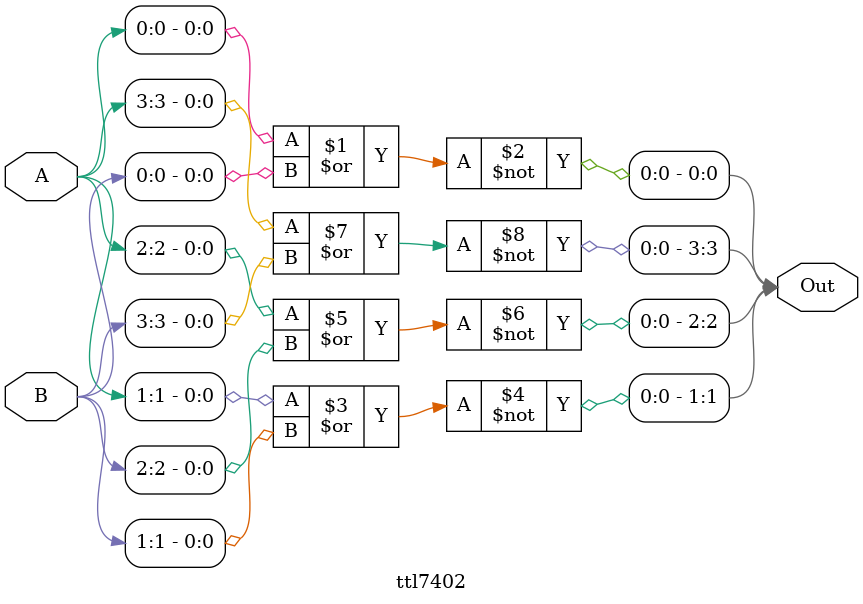
<source format=v>
module ttl7402(Out, A, B);
    output [3:0] Out;
    input [3:0] A;
    input [3:0] B;

    nor #15 (Out[0], A[0], B[0]);
    nor #15 (Out[1], A[1], B[1]);
    nor #15 (Out[2], A[2], B[2]);
    nor #15 (Out[3], A[3], B[3]);
endmodule

</source>
